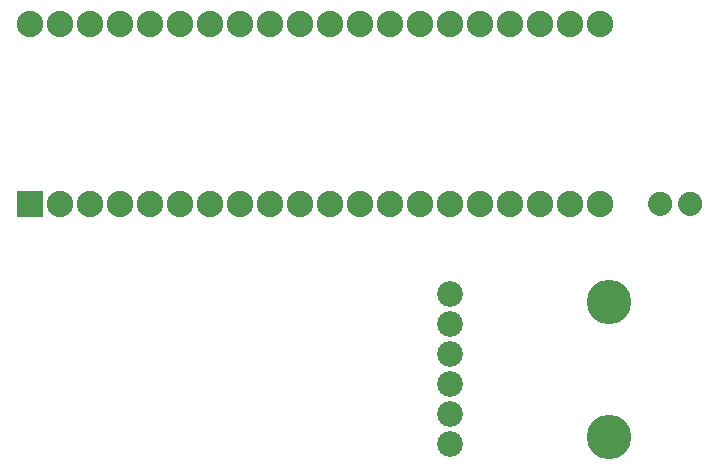
<source format=gbs>
G04 MADE WITH FRITZING*
G04 WWW.FRITZING.ORG*
G04 DOUBLE SIDED*
G04 HOLES PLATED*
G04 CONTOUR ON CENTER OF CONTOUR VECTOR*
%ASAXBY*%
%FSLAX23Y23*%
%MOIN*%
%OFA0B0*%
%SFA1.0B1.0*%
%ADD10C,0.086000*%
%ADD11C,0.148425*%
%ADD12C,0.088000*%
%ADD13R,0.085000X0.085000*%
%ADD14R,0.001000X0.001000*%
%LNMASK0*%
G90*
G70*
G54D10*
X1928Y279D03*
X1928Y379D03*
X1928Y479D03*
X1928Y579D03*
X1928Y679D03*
X1928Y779D03*
G54D11*
X2458Y754D03*
X2458Y304D03*
G54D12*
X528Y1079D03*
X528Y1679D03*
X628Y1079D03*
X628Y1679D03*
X728Y1079D03*
X728Y1679D03*
X828Y1079D03*
X828Y1679D03*
X928Y1079D03*
X928Y1679D03*
X1028Y1079D03*
X1028Y1679D03*
X1128Y1079D03*
X1128Y1679D03*
X1228Y1079D03*
X1228Y1679D03*
X1328Y1079D03*
X1328Y1679D03*
X1428Y1079D03*
X1428Y1679D03*
X1528Y1079D03*
X1528Y1679D03*
X1628Y1079D03*
X1628Y1679D03*
X1728Y1079D03*
X1728Y1679D03*
X1828Y1079D03*
X1828Y1679D03*
X1928Y1079D03*
X1928Y1679D03*
X2028Y1079D03*
X2028Y1679D03*
X2128Y1079D03*
X2128Y1679D03*
X2228Y1079D03*
X2228Y1679D03*
X2328Y1079D03*
X2328Y1679D03*
X2428Y1079D03*
X2428Y1679D03*
G54D13*
X528Y1079D03*
G54D14*
X2622Y1119D02*
X2633Y1119D01*
X2722Y1119D02*
X2733Y1119D01*
X2618Y1118D02*
X2638Y1118D01*
X2718Y1118D02*
X2738Y1118D01*
X2614Y1117D02*
X2641Y1117D01*
X2714Y1117D02*
X2741Y1117D01*
X2612Y1116D02*
X2643Y1116D01*
X2712Y1116D02*
X2743Y1116D01*
X2610Y1115D02*
X2645Y1115D01*
X2710Y1115D02*
X2745Y1115D01*
X2608Y1114D02*
X2647Y1114D01*
X2708Y1114D02*
X2747Y1114D01*
X2606Y1113D02*
X2649Y1113D01*
X2706Y1113D02*
X2749Y1113D01*
X2605Y1112D02*
X2650Y1112D01*
X2705Y1112D02*
X2750Y1112D01*
X2604Y1111D02*
X2652Y1111D01*
X2704Y1111D02*
X2752Y1111D01*
X2602Y1110D02*
X2653Y1110D01*
X2702Y1110D02*
X2753Y1110D01*
X2601Y1109D02*
X2654Y1109D01*
X2701Y1109D02*
X2754Y1109D01*
X2600Y1108D02*
X2655Y1108D01*
X2700Y1108D02*
X2755Y1108D01*
X2599Y1107D02*
X2656Y1107D01*
X2699Y1107D02*
X2756Y1107D01*
X2598Y1106D02*
X2657Y1106D01*
X2698Y1106D02*
X2757Y1106D01*
X2597Y1105D02*
X2658Y1105D01*
X2697Y1105D02*
X2758Y1105D01*
X2597Y1104D02*
X2659Y1104D01*
X2697Y1104D02*
X2759Y1104D01*
X2596Y1103D02*
X2659Y1103D01*
X2696Y1103D02*
X2759Y1103D01*
X2595Y1102D02*
X2660Y1102D01*
X2695Y1102D02*
X2760Y1102D01*
X2594Y1101D02*
X2661Y1101D01*
X2694Y1101D02*
X2761Y1101D01*
X2594Y1100D02*
X2661Y1100D01*
X2694Y1100D02*
X2761Y1100D01*
X2593Y1099D02*
X2662Y1099D01*
X2693Y1099D02*
X2762Y1099D01*
X2593Y1098D02*
X2662Y1098D01*
X2693Y1098D02*
X2762Y1098D01*
X2592Y1097D02*
X2663Y1097D01*
X2692Y1097D02*
X2763Y1097D01*
X2592Y1096D02*
X2663Y1096D01*
X2692Y1096D02*
X2763Y1096D01*
X2591Y1095D02*
X2664Y1095D01*
X2691Y1095D02*
X2764Y1095D01*
X2591Y1094D02*
X2664Y1094D01*
X2691Y1094D02*
X2764Y1094D01*
X2590Y1093D02*
X2665Y1093D01*
X2690Y1093D02*
X2765Y1093D01*
X2590Y1092D02*
X2665Y1092D01*
X2690Y1092D02*
X2765Y1092D01*
X2590Y1091D02*
X2665Y1091D01*
X2690Y1091D02*
X2765Y1091D01*
X2590Y1090D02*
X2666Y1090D01*
X2690Y1090D02*
X2766Y1090D01*
X2589Y1089D02*
X2666Y1089D01*
X2689Y1089D02*
X2766Y1089D01*
X2589Y1088D02*
X2666Y1088D01*
X2689Y1088D02*
X2766Y1088D01*
X2589Y1087D02*
X2666Y1087D01*
X2689Y1087D02*
X2766Y1087D01*
X2589Y1086D02*
X2666Y1086D01*
X2689Y1086D02*
X2766Y1086D01*
X2589Y1085D02*
X2667Y1085D01*
X2689Y1085D02*
X2767Y1085D01*
X2588Y1084D02*
X2667Y1084D01*
X2688Y1084D02*
X2767Y1084D01*
X2588Y1083D02*
X2667Y1083D01*
X2688Y1083D02*
X2767Y1083D01*
X2588Y1082D02*
X2667Y1082D01*
X2688Y1082D02*
X2767Y1082D01*
X2588Y1081D02*
X2667Y1081D01*
X2688Y1081D02*
X2767Y1081D01*
X2588Y1080D02*
X2667Y1080D01*
X2688Y1080D02*
X2767Y1080D01*
X2588Y1079D02*
X2667Y1079D01*
X2688Y1079D02*
X2767Y1079D01*
X2588Y1078D02*
X2667Y1078D01*
X2688Y1078D02*
X2767Y1078D01*
X2588Y1077D02*
X2667Y1077D01*
X2688Y1077D02*
X2767Y1077D01*
X2588Y1076D02*
X2667Y1076D01*
X2688Y1076D02*
X2767Y1076D01*
X2588Y1075D02*
X2667Y1075D01*
X2688Y1075D02*
X2767Y1075D01*
X2589Y1074D02*
X2667Y1074D01*
X2689Y1074D02*
X2767Y1074D01*
X2589Y1073D02*
X2666Y1073D01*
X2689Y1073D02*
X2766Y1073D01*
X2589Y1072D02*
X2666Y1072D01*
X2689Y1072D02*
X2766Y1072D01*
X2589Y1071D02*
X2666Y1071D01*
X2689Y1071D02*
X2766Y1071D01*
X2589Y1070D02*
X2666Y1070D01*
X2689Y1070D02*
X2766Y1070D01*
X2590Y1069D02*
X2666Y1069D01*
X2690Y1069D02*
X2766Y1069D01*
X2590Y1068D02*
X2665Y1068D01*
X2690Y1068D02*
X2765Y1068D01*
X2590Y1067D02*
X2665Y1067D01*
X2690Y1067D02*
X2765Y1067D01*
X2590Y1066D02*
X2665Y1066D01*
X2690Y1066D02*
X2765Y1066D01*
X2591Y1065D02*
X2664Y1065D01*
X2691Y1065D02*
X2764Y1065D01*
X2591Y1064D02*
X2664Y1064D01*
X2691Y1064D02*
X2764Y1064D01*
X2592Y1063D02*
X2663Y1063D01*
X2692Y1063D02*
X2763Y1063D01*
X2592Y1062D02*
X2663Y1062D01*
X2692Y1062D02*
X2763Y1062D01*
X2593Y1061D02*
X2662Y1061D01*
X2693Y1061D02*
X2762Y1061D01*
X2593Y1060D02*
X2662Y1060D01*
X2693Y1060D02*
X2762Y1060D01*
X2594Y1059D02*
X2661Y1059D01*
X2694Y1059D02*
X2761Y1059D01*
X2594Y1058D02*
X2661Y1058D01*
X2694Y1058D02*
X2761Y1058D01*
X2595Y1057D02*
X2660Y1057D01*
X2695Y1057D02*
X2760Y1057D01*
X2596Y1056D02*
X2659Y1056D01*
X2696Y1056D02*
X2759Y1056D01*
X2597Y1055D02*
X2659Y1055D01*
X2697Y1055D02*
X2759Y1055D01*
X2597Y1054D02*
X2658Y1054D01*
X2697Y1054D02*
X2758Y1054D01*
X2598Y1053D02*
X2657Y1053D01*
X2698Y1053D02*
X2757Y1053D01*
X2599Y1052D02*
X2656Y1052D01*
X2699Y1052D02*
X2756Y1052D01*
X2600Y1051D02*
X2655Y1051D01*
X2700Y1051D02*
X2755Y1051D01*
X2601Y1050D02*
X2654Y1050D01*
X2701Y1050D02*
X2754Y1050D01*
X2602Y1049D02*
X2653Y1049D01*
X2702Y1049D02*
X2753Y1049D01*
X2604Y1048D02*
X2652Y1048D01*
X2704Y1048D02*
X2752Y1048D01*
X2605Y1047D02*
X2650Y1047D01*
X2705Y1047D02*
X2750Y1047D01*
X2606Y1046D02*
X2649Y1046D01*
X2706Y1046D02*
X2749Y1046D01*
X2608Y1045D02*
X2647Y1045D01*
X2708Y1045D02*
X2747Y1045D01*
X2610Y1044D02*
X2645Y1044D01*
X2710Y1044D02*
X2745Y1044D01*
X2612Y1043D02*
X2643Y1043D01*
X2712Y1043D02*
X2743Y1043D01*
X2614Y1042D02*
X2641Y1042D01*
X2714Y1042D02*
X2741Y1042D01*
X2618Y1041D02*
X2638Y1041D01*
X2718Y1041D02*
X2738Y1041D01*
X2622Y1040D02*
X2633Y1040D01*
X2722Y1040D02*
X2733Y1040D01*
D02*
G04 End of Mask0*
M02*
</source>
